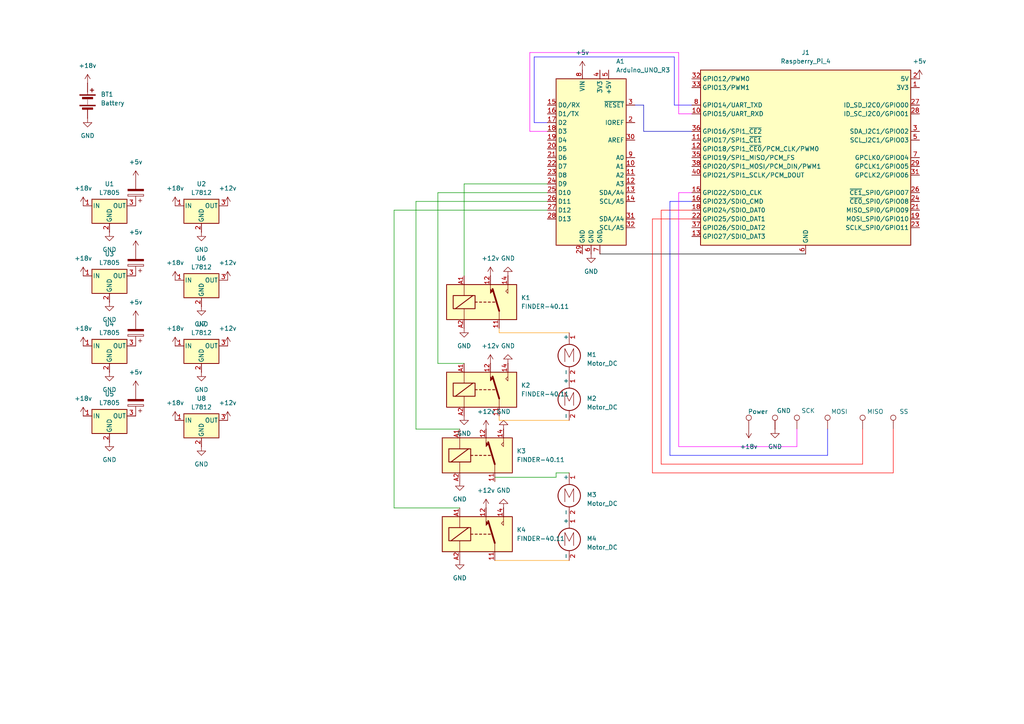
<source format=kicad_sch>
(kicad_sch (version 20250114) (generator "eeschema") (generator_version "9.0")
  (paper "A4")
  (title_block (title "AURORA FINAL BLUEPRINT") (date "2025-11-02") (rev "2") (company "Aalborg Univerity | Institute for electronic systems") (comment 1 "By @Lynet_101"))
  (lib_symbols
    (symbol "Connector:Raspberry_Pi_4"
      (property "Reference" "J" (at -17.526 48.768 0))
      (property "Value" "Raspberry_Pi_4" (at 15.748 -26.416 0))
      (symbol "Raspberry_Pi_4_0_1"
        (rectangle (start -30.48 25.4) (end 30.48 -25.4) (stroke (width 0.254)) (fill (type background)))
      )
      (symbol "Raspberry_Pi_4_1_1"
        (pin bidirectional line (at -33.02 22.86 0) (length 2.54) (name "GPIO12/PWM0") (number "32"))
        (pin bidirectional line (at -33.02 20.32 0) (length 2.54) (name "GPIO13/PWM1") (number "33"))
        (pin bidirectional line (at -33.02 15.24 0) (length 2.54) (name "GPIO14/UART_TXD") (number "8"))
        (pin bidirectional line (at -33.02 12.7 0) (length 2.54) (name "GPIO15/UART_RXD") (number "10"))
        (pin bidirectional line (at -33.02 7.62 0) (length 2.54) (name "GPIO16/SPI1_~{CE2}") (number "36"))
        (pin bidirectional line (at -33.02 5.08 0) (length 2.54) (name "GPIO17/SPI1_~{CE1}") (number "11"))
        (pin bidirectional line (at -33.02 2.54 0) (length 2.54) (name "GPIO18/SPI1_~{CE0}/PCM_CLK/PWM0") (number "12"))
        (pin bidirectional line (at -33.02 0 0) (length 2.54) (name "GPIO19/SPI1_MISO/PCM_FS") (number "35"))
        (pin bidirectional line (at -33.02 -2.54 0) (length 2.54) (name "GPIO20/SPI1_MOSI/PCM_DIN/PWM1") (number "38"))
        (pin bidirectional line (at -33.02 -5.08 0) (length 2.54) (name "GPIO21/SPI1_SCLK/PCM_DOUT") (number "40"))
        (pin bidirectional line (at -33.02 -10.16 0) (length 2.54) (name "GPIO22/SDIO_CLK") (number "15"))
        (pin bidirectional line (at -33.02 -12.7 0) (length 2.54) (name "GPIO23/SDIO_CMD") (number "16"))
        (pin bidirectional line (at -33.02 -15.24 0) (length 2.54) (name "GPIO24/SDIO_DAT0") (number "18"))
        (pin bidirectional line (at -33.02 -17.78 0) (length 2.54) (name "GPIO25/SDIO_DAT1") (number "22"))
        (pin bidirectional line (at -33.02 -20.32 0) (length 2.54) (name "GPIO26/SDIO_DAT2") (number "37"))
        (pin bidirectional line (at -33.02 -22.86 0) (length 2.54) (name "GPIO27/SDIO_DAT3") (number "13"))
        (pin passive line (at 0 -27.94 90) (length 2.54) (hide yes) (name "GND") (number "14"))
        (pin passive line (at 0 -27.94 90) (length 2.54) (hide yes) (name "GND") (number "20"))
        (pin passive line (at 0 -27.94 90) (length 2.54) (hide yes) (name "GND") (number "25"))
        (pin passive line (at 0 -27.94 90) (length 2.54) (hide yes) (name "GND") (number "30"))
        (pin passive line (at 0 -27.94 90) (length 2.54) (hide yes) (name "GND") (number "34"))
        (pin passive line (at 0 -27.94 90) (length 2.54) (hide yes) (name "GND") (number "39"))
        (pin power_out line (at 0 -27.94 90) (length 2.54) (name "GND") (number "6"))
        (pin passive line (at 0 -27.94 90) (length 2.54) (hide yes) (name "GND") (number "9"))
        (pin power_out line (at 33.02 22.86 180) (length 2.54) (name "5V") (number "2"))
        (pin passive line (at 33.02 22.86 180) (length 2.54) (hide yes) (name "5V") (number "4"))
        (pin power_out line (at 33.02 20.32 180) (length 2.54) (name "3V3") (number "1"))
        (pin passive line (at 33.02 20.32 180) (length 2.54) (hide yes) (name "3V3") (number "17"))
        (pin bidirectional line (at 33.02 15.24 180) (length 2.54) (name "ID_SD_I2C0/GPIO00") (number "27"))
        (pin bidirectional line (at 33.02 12.7 180) (length 2.54) (name "ID_SC_I2C0/GPIO01") (number "28"))
        (pin bidirectional line (at 33.02 7.62 180) (length 2.54) (name "SDA_I2C1/GPIO02") (number "3"))
        (pin bidirectional line (at 33.02 5.08 180) (length 2.54) (name "SCL_I2C1/GPIO03") (number "5"))
        (pin bidirectional line (at 33.02 0 180) (length 2.54) (name "GPCLK0/GPIO04") (number "7"))
        (pin bidirectional line (at 33.02 -2.54 180) (length 2.54) (name "GPCLK1/GPIO05") (number "29"))
        (pin bidirectional line (at 33.02 -5.08 180) (length 2.54) (name "GPCLK2/GPIO06") (number "31"))
        (pin bidirectional line (at 33.02 -10.16 180) (length 2.54) (name "~{CE1}_SPI0/GPIO07") (number "26"))
        (pin bidirectional line (at 33.02 -12.7 180) (length 2.54) (name "~{CE0}_SPI0/GPIO08") (number "24"))
        (pin bidirectional line (at 33.02 -15.24 180) (length 2.54) (name "MISO_SPI0/GPIO09") (number "21"))
        (pin bidirectional line (at 33.02 -17.78 180) (length 2.54) (name "MOSI_SPI0/GPIO10") (number "19"))
        (pin bidirectional line (at 33.02 -20.32 180) (length 2.54) (name "SCLK_SPI0/GPIO11") (number "23"))
      )
    )
    (symbol "Connector:TestPoint" (pin_numbers (hide yes)) (pin_names (offset 0.762) (hide yes))
      (property "Reference" "TP" (at 0 6.858 0))
      (property "Value" "TestPoint" (at 0 5.08 0))
      (symbol "TestPoint_0_1"
        (circle (center 0 3.302) (radius 0.762))
      )
      (symbol "TestPoint_1_1"
        (pin passive line (at 0 0 90) (length 2.54) (name "1") (number "1"))
      )
    )
    (symbol "Device:Battery" (pin_numbers (hide yes)) (pin_names (offset 0) (hide yes))
      (property "Reference" "BT" (at 2.54 2.54 0))
      (property "Value" "Battery" (at 2.54 0 0))
      (symbol "Battery_0_1"
        (rectangle (start -2.286 1.778) (end 2.286 1.524) (fill (type outline)))
        (rectangle (start -2.286 -1.27) (end 2.286 -1.524) (fill (type outline)))
        (rectangle (start -1.524 1.016) (end 1.524 0.508) (fill (type outline)))
        (rectangle (start -1.524 -2.032) (end 1.524 -2.54) (fill (type outline)))
        (polyline (pts (xy 0 1.778) (xy 0 2.54)))
        (polyline (pts (xy 0 0) (xy 0 0.254)))
        (polyline (pts (xy 0 -0.508) (xy 0 -0.254)))
        (polyline (pts (xy 0 -1.016) (xy 0 -0.762)))
        (polyline (pts (xy 0.762 3.048) (xy 1.778 3.048)) (stroke (width 0.254)))
        (polyline (pts (xy 1.27 3.556) (xy 1.27 2.54)) (stroke (width 0.254)))
      )
      (symbol "Battery_1_1"
        (pin passive line (at 0 5.08 270) (length 2.54) (name "+") (number "1"))
        (pin passive line (at 0 -5.08 90) (length 2.54) (name "-") (number "2"))
      )
    )
    (symbol "Device:C_Polarized" (pin_numbers (hide yes)) (pin_names (offset 0.254))
      (property "Reference" "C" (at 0.635 2.54 0))
      (property "Value" "C_Polarized" (at 0.635 -2.54 0))
      (symbol "C_Polarized_0_1"
        (rectangle (start -2.286 0.508) (end 2.286 1.016))
        (polyline (pts (xy -1.778 2.286) (xy -0.762 2.286)))
        (polyline (pts (xy -1.27 2.794) (xy -1.27 1.778)))
        (rectangle (start 2.286 -0.508) (end -2.286 -1.016) (fill (type outline)))
      )
      (symbol "C_Polarized_1_1"
        (pin passive line (at 0 3.81 270) (length 2.794) (name "~") (number "1"))
        (pin passive line (at 0 -3.81 90) (length 2.794) (name "~") (number "2"))
      )
    )
    (symbol "MCU_Module:Arduino_UNO_R3"
      (property "Reference" "A" (at -10.16 23.495 0))
      (property "Value" "Arduino_UNO_R3" (at 5.08 -26.67 0))
      (symbol "Arduino_UNO_R3_0_1"
        (rectangle (start -10.16 22.86) (end 10.16 -25.4) (stroke (width 0.254)) (fill (type background)))
      )
      (symbol "Arduino_UNO_R3_1_1"
        (pin bidirectional line (at -12.7 15.24 0) (length 2.54) (name "D0/RX") (number "15"))
        (pin bidirectional line (at -12.7 12.7 0) (length 2.54) (name "D1/TX") (number "16"))
        (pin bidirectional line (at -12.7 10.16 0) (length 2.54) (name "D2") (number "17"))
        (pin bidirectional line (at -12.7 7.62 0) (length 2.54) (name "D3") (number "18"))
        (pin bidirectional line (at -12.7 5.08 0) (length 2.54) (name "D4") (number "19"))
        (pin bidirectional line (at -12.7 2.54 0) (length 2.54) (name "D5") (number "20"))
        (pin bidirectional line (at -12.7 0 0) (length 2.54) (name "D6") (number "21"))
        (pin bidirectional line (at -12.7 -2.54 0) (length 2.54) (name "D7") (number "22"))
        (pin bidirectional line (at -12.7 -5.08 0) (length 2.54) (name "D8") (number "23"))
        (pin bidirectional line (at -12.7 -7.62 0) (length 2.54) (name "D9") (number "24"))
        (pin bidirectional line (at -12.7 -10.16 0) (length 2.54) (name "D10") (number "25"))
        (pin bidirectional line (at -12.7 -12.7 0) (length 2.54) (name "D11") (number "26"))
        (pin bidirectional line (at -12.7 -15.24 0) (length 2.54) (name "D12") (number "27"))
        (pin bidirectional line (at -12.7 -17.78 0) (length 2.54) (name "D13") (number "28"))
        (pin no_connect line (at -10.16 -20.32 0) (length 2.54) (hide yes) (name "NC") (number "1"))
        (pin power_in line (at -2.54 25.4 270) (length 2.54) (name "VIN") (number "8"))
        (pin power_in line (at -2.54 -27.94 90) (length 2.54) (name "GND") (number "29"))
        (pin power_in line (at 0 -27.94 90) (length 2.54) (name "GND") (number "6"))
        (pin power_out line (at 2.54 25.4 270) (length 2.54) (name "3V3") (number "4"))
        (pin power_in line (at 2.54 -27.94 90) (length 2.54) (name "GND") (number "7"))
        (pin power_out line (at 5.08 25.4 270) (length 2.54) (name "+5V") (number "5"))
        (pin input line (at 12.7 15.24 180) (length 2.54) (name "~{RESET}") (number "3"))
        (pin output line (at 12.7 10.16 180) (length 2.54) (name "IOREF") (number "2"))
        (pin input line (at 12.7 5.08 180) (length 2.54) (name "AREF") (number "30"))
        (pin bidirectional line (at 12.7 0 180) (length 2.54) (name "A0") (number "9"))
        (pin bidirectional line (at 12.7 -2.54 180) (length 2.54) (name "A1") (number "10"))
        (pin bidirectional line (at 12.7 -5.08 180) (length 2.54) (name "A2") (number "11"))
        (pin bidirectional line (at 12.7 -7.62 180) (length 2.54) (name "A3") (number "12"))
        (pin bidirectional line (at 12.7 -10.16 180) (length 2.54) (name "SDA/A4") (number "13"))
        (pin bidirectional line (at 12.7 -12.7 180) (length 2.54) (name "SCL/A5") (number "14"))
        (pin bidirectional line (at 12.7 -17.78 180) (length 2.54) (name "SDA/A4") (number "31"))
        (pin bidirectional line (at 12.7 -20.32 180) (length 2.54) (name "SCL/A5") (number "32"))
      )
    )
    (symbol "Motor:Motor_DC" (pin_names (offset 0))
      (property "Reference" "M" (at 2.54 2.54 0))
      (property "Value" "Motor_DC" (at 2.54 -5.08 0))
      (symbol "Motor_DC_0_0"
        (polyline (pts (xy -1.27 -3.302) (xy -1.27 0.508) (xy 0 -2.032) (xy 1.27 0.508) (xy 1.27 -3.302)))
      )
      (symbol "Motor_DC_0_1"
        (polyline (pts (xy 0 2.032) (xy 0 2.54)))
        (polyline (pts (xy 0 1.7272) (xy 0 2.0828)))
        (circle (center 0 -1.524) (radius 3.2512) (stroke (width 0.254)))
        (polyline (pts (xy 0 -4.7752) (xy 0 -5.1816)))
        (polyline (pts (xy 0 -7.62) (xy 0 -7.112)))
      )
      (symbol "Motor_DC_1_1"
        (pin passive line (at 0 5.08 270) (length 2.54) (name "+") (number "1"))
        (pin passive line (at 0 -7.62 90) (length 2.54) (name "-") (number "2"))
      )
    )
    (symbol "Regulator_Linear:L7805" (pin_names (offset 0.254))
      (property "Reference" "U" (at -3.81 3.175 0))
      (property "Value" "L7805" (at 0 3.175 0))
      (symbol "L7805_0_1"
        (rectangle (start -5.08 1.905) (end 5.08 -5.08) (stroke (width 0.254)) (fill (type background)))
      )
      (symbol "L7805_1_1"
        (pin power_in line (at -7.62 0 0) (length 2.54) (name "IN") (number "1"))
        (pin power_in line (at 0 -7.62 90) (length 2.54) (name "GND") (number "2"))
        (pin power_out line (at 7.62 0 180) (length 2.54) (name "OUT") (number "3"))
      )
    )
    (symbol "Regulator_Linear:L7812" (pin_names (offset 0.254))
      (property "Reference" "U" (at -3.81 3.175 0))
      (property "Value" "L7812" (at 0 3.175 0))
      (symbol "L7812_0_1"
        (rectangle (start -5.08 1.905) (end 5.08 -5.08) (stroke (width 0.254)) (fill (type background)))
      )
      (symbol "L7812_1_1"
        (pin power_in line (at -7.62 0 0) (length 2.54) (name "IN") (number "1"))
        (pin power_in line (at 0 -7.62 90) (length 2.54) (name "GND") (number "2"))
        (pin power_out line (at 7.62 0 180) (length 2.54) (name "OUT") (number "3"))
      )
    )
    (symbol "Relay:FINDER-40.11"
      (property "Reference" "K" (at 11.43 3.81 0))
      (property "Value" "FINDER-40.11" (at 11.43 1.27 0))
      (symbol "FINDER-40.11_0_0"
        (polyline (pts (xy 7.62 5.08) (xy 7.62 2.54) (xy 6.985 3.175) (xy 7.62 3.81)))
      )
      (symbol "FINDER-40.11_0_1"
        (rectangle (start -10.16 5.08) (end 10.16 -5.08) (stroke (width 0.254)) (fill (type background)))
        (rectangle (start -8.255 1.905) (end -1.905 -1.905) (stroke (width 0.254)))
        (polyline (pts (xy -7.62 -1.905) (xy -2.54 1.905)) (stroke (width 0.254)))
        (polyline (pts (xy -5.08 5.08) (xy -5.08 1.905)))
        (polyline (pts (xy -5.08 -5.08) (xy -5.08 -1.905)))
        (polyline (pts (xy -1.905 0) (xy -1.27 0)) (stroke (width 0.254)))
        (polyline (pts (xy -0.635 0) (xy 0 0)) (stroke (width 0.254)))
        (polyline (pts (xy 0.635 0) (xy 1.27 0)) (stroke (width 0.254)))
        (polyline (pts (xy 1.905 0) (xy 2.54 0)) (stroke (width 0.254)))
        (polyline (pts (xy 2.54 5.08) (xy 2.54 2.54) (xy 3.175 3.175) (xy 2.54 3.81)) (fill (type outline)))
        (polyline (pts (xy 3.175 0) (xy 3.81 0)) (stroke (width 0.254)))
        (polyline (pts (xy 5.08 -2.54) (xy 3.175 3.81)) (stroke (width 0.508)))
        (polyline (pts (xy 5.08 -2.54) (xy 5.08 -5.08)))
      )
      (symbol "FINDER-40.11_1_1"
        (pin passive line (at -5.08 7.62 270) (length 2.54) (name "~") (number "A1"))
        (pin passive line (at -5.08 -7.62 90) (length 2.54) (name "~") (number "A2"))
        (pin passive line (at 2.54 7.62 270) (length 2.54) (name "~") (number "12"))
        (pin passive line (at 5.08 -7.62 90) (length 2.54) (name "~") (number "11"))
        (pin passive line (at 7.62 7.62 270) (length 2.54) (name "~") (number "14"))
      )
    )
    (symbol "power:+5V" (power) (pin_numbers (hide yes)) (pin_names (offset 0) (hide yes))
      (property "Value" "+5V" (at 0 3.556 0))
      (symbol "+5V_0_1"
        (polyline (pts (xy -0.762 1.27) (xy 0 2.54)))
        (polyline (pts (xy 0 2.54) (xy 0.762 1.27)))
        (polyline (pts (xy 0 0) (xy 0 2.54)))
      )
      (symbol "+5V_1_1"
        (pin power_in line (at 0 0 90) (length 0) (name "~") (number "1"))
      )
    )
    (symbol "power:GND" (power) (pin_numbers (hide yes)) (pin_names (offset 0) (hide yes))
      (property "Value" "GND" (at 0 -3.81 0))
      (symbol "GND_0_1"
        (polyline (pts (xy 0 0) (xy 0 -1.27) (xy 1.27 -1.27) (xy 0 -2.54) (xy -1.27 -1.27) (xy 0 -1.27)))
      )
      (symbol "GND_1_1"
        (pin power_in line (at 0 0 270) (length 0) (name "~") (number "1"))
      )
    )
  )
  (wire (pts (xy 143.51 162.56) (xy 165.1 162.56)) (stroke (width 0) (color 255 156 15 1)))
  (wire (pts (xy 194.31 132.08) (xy 240.03 132.08)) (stroke (width 0) (color 0 0 255 1)))
  (wire (pts (xy 153.67 38.1) (xy 158.75 38.1)) (stroke (width 0) (color 255 0 245 1)))
  (wire (pts (xy 161.29 138.43) (xy 143.51 138.43)))
  (wire (pts (xy 114.3 60.96) (xy 114.3 147.32)))
  (wire (pts (xy 127 105.41) (xy 134.62 105.41)))
  (wire (pts (xy 114.3 147.32) (xy 133.35 147.32)))
  (wire (pts (xy 196.85 55.88) (xy 196.85 129.54)) (stroke (width 0) (color 255 0 255 1)))
  (wire (pts (xy 196.85 129.54) (xy 231.14 129.54)) (stroke (width 0) (color 255 0 255 1)))
  (wire (pts (xy 154.94 16.51) (xy 154.94 35.56)) (stroke (width 0) (color 26 3 255 1)))
  (wire (pts (xy 196.85 15.24) (xy 196.85 33.02)) (stroke (width 0) (color 255 0 245 1)))
  (wire (pts (xy 240.03 132.08) (xy 240.03 124.46)) (stroke (width 0) (color 0 0 255 1)))
  (wire (pts (xy 158.75 60.96) (xy 114.3 60.96)))
  (wire (pts (xy 189.23 63.5) (xy 189.23 137.16)) (stroke (width 0) (color 255 0 0 1)))
  (wire (pts (xy 200.66 58.42) (xy 194.31 58.42)) (stroke (width 0) (color 0 0 255 1)))
  (wire (pts (xy 120.65 58.42) (xy 120.65 124.46)))
  (wire (pts (xy 134.62 53.34) (xy 134.62 80.01)))
  (wire (pts (xy 127 55.88) (xy 127 105.41)))
  (wire (pts (xy 144.78 96.52) (xy 144.78 95.25)) (stroke (width 0) (color 255 156 15 1)))
  (wire (pts (xy 165.1 121.92) (xy 144.78 121.92)) (stroke (width 0) (color 255 156 15 1)))
  (wire (pts (xy 165.1 137.16) (xy 161.29 137.16)))
  (wire (pts (xy 250.19 134.62) (xy 250.19 124.46)) (stroke (width 0) (color 255 0 0 1)))
  (wire (pts (xy 186.69 38.1) (xy 186.69 30.48)) (stroke (width 0) (color 0 0 194 1)))
  (wire (pts (xy 200.66 55.88) (xy 196.85 55.88)) (stroke (width 0) (color 255 0 255 1)))
  (wire (pts (xy 191.77 134.62) (xy 250.19 134.62)) (stroke (width 0) (color 255 0 0 1)))
  (wire (pts (xy 154.94 16.51) (xy 195.58 16.51)) (stroke (width 0) (color 26 3 255 1)))
  (wire (pts (xy 144.78 121.92) (xy 144.78 120.65)) (stroke (width 0) (color 255 156 15 1)))
  (wire (pts (xy 186.69 30.48) (xy 184.15 30.48)) (stroke (width 0) (color 0 0 194 1)))
  (wire (pts (xy 195.58 30.48) (xy 200.66 30.48)) (stroke (width 0) (color 26 3 255 1)))
  (wire (pts (xy 153.67 15.24) (xy 196.85 15.24)) (stroke (width 0) (color 255 0 245 1)))
  (wire (pts (xy 191.77 60.96) (xy 191.77 134.62)) (stroke (width 0) (color 255 0 0 1)))
  (wire (pts (xy 200.66 63.5) (xy 189.23 63.5)) (stroke (width 0) (color 255 0 0 1)))
  (wire (pts (xy 154.94 35.56) (xy 158.75 35.56)) (stroke (width 0) (color 26 3 255 1)))
  (wire (pts (xy 158.75 58.42) (xy 120.65 58.42)))
  (wire (pts (xy 194.31 58.42) (xy 194.31 132.08)) (stroke (width 0) (color 0 0 255 1)))
  (wire (pts (xy 195.58 16.51) (xy 195.58 30.48)) (stroke (width 0) (color 26 3 255 1)))
  (wire (pts (xy 158.75 53.34) (xy 134.62 53.34)))
  (wire (pts (xy 200.66 38.1) (xy 186.69 38.1)) (stroke (width 0) (color 0 0 194 1)))
  (wire (pts (xy 165.1 96.52) (xy 144.78 96.52)) (stroke (width 0) (color 255 156 15 1)))
  (wire (pts (xy 143.51 138.43) (xy 143.51 139.7)) (stroke (width 0) (color 255 156 15 1)))
  (wire (pts (xy 173.99 73.66) (xy 233.68 73.66)) (stroke (width 0) (color 0 0 0 1)))
  (wire (pts (xy 196.85 33.02) (xy 200.66 33.02)) (stroke (width 0) (color 255 0 245 1)))
  (wire (pts (xy 161.29 137.16) (xy 161.29 138.43)))
  (wire (pts (xy 158.75 55.88) (xy 127 55.88)))
  (wire (pts (xy 189.23 137.16) (xy 259.08 137.16)) (stroke (width 0) (color 255 0 0 1)))
  (wire (pts (xy 259.08 137.16) (xy 259.08 124.46)) (stroke (width 0) (color 255 0 0 1)))
  (wire (pts (xy 153.67 15.24) (xy 153.67 38.1)) (stroke (width 0) (color 255 0 245 1)))
  (wire (pts (xy 200.66 60.96) (xy 191.77 60.96)) (stroke (width 0) (color 255 0 0 1)))
  (wire (pts (xy 120.65 124.46) (xy 133.35 124.46)))
  (wire (pts (xy 231.14 129.54) (xy 231.14 124.46)) (stroke (width 0) (color 255 0 255 1)))
  (symbol (lib_id "power:GND") (at 31.75 87.63 0) (unit 1)
    (property "Reference" "#PWR016" (effects (hide yes)))
    (property "Value" "GND" (at 31.75 92.71 0))
    (property "Description" "Power symbol creates a global label with name \"GND\" , ground" (effects (hide yes)))
  )
  (symbol (lib_id "power:GND") (at 224.79 124.46 0) (unit 1)
    (property "Reference" "#PWR043" (effects (hide yes)))
    (property "Value" "GND" (at 224.79 129.54 0))
    (property "Description" "Power symbol creates a global label with name \"GND\" , ground" (effects (hide yes)))
  )
  (symbol (lib_id "MCU_Module:Arduino_UNO_R3") (at 171.45 45.72 0) (unit 1)
    (property "Reference" "A1" (at 178.6733 17.78 0) (effects (justify left)))
    (property "Value" "Arduino_UNO_R3" (at 178.6733 20.32 0) (effects (justify left)))
    (property "Footprint" "Module:Arduino_UNO_R3" (effects (hide yes)))
    (property "Datasheet" "https://www.arduino.cc/en/Main/arduinoBoardUno" (effects (hide yes)))
    (property "Description" "Arduino UNO Microcontroller Module, release 3" (effects (hide yes)))
  )
  (symbol (lib_id "power:+5V") (at 24.13 80.01 0) (unit 1)
    (property "Reference" "#PWR04" (effects (hide yes)))
    (property "Value" "+18v" (at 24.13 74.93 0))
    (property "Description" "Power symbol creates a global label with name \"+5V\"" (effects (hide yes)))
  )
  (symbol (lib_id "power:+5V") (at 39.37 72.39 0) (unit 1)
    (property "Reference" "#PWR020" (effects (hide yes)))
    (property "Value" "+5v" (at 39.37 67.31 0))
    (property "Description" "Power symbol creates a global label with name \"+5V\"" (effects (hide yes)))
  )
  (symbol (lib_id "power:GND") (at 58.42 107.95 0) (unit 1)
    (property "Reference" "#PWR014" (effects (hide yes)))
    (property "Value" "GND" (at 58.42 113.03 0))
    (property "Description" "Power symbol creates a global label with name \"GND\" , ground" (effects (hide yes)))
  )
  (symbol (lib_id "power:+5V") (at 25.4 24.13 0) (unit 1)
    (property "Reference" "#PWR02" (effects (hide yes)))
    (property "Value" "+18v" (at 25.4 19.05 0))
    (property "Description" "Power symbol creates a global label with name \"+5V\"" (effects (hide yes)))
  )
  (symbol (lib_id "Connector:TestPoint") (at 240.03 124.46 0) (unit 1)
    (property "Reference" "MOSI" (at 241.046 119.38 0) (effects (justify left)))
    (property "Value" "TestPoint" (effects (hide yes)))
    (property "Description" "test point" (effects (hide yes)))
  )
  (symbol (lib_id "power:+5V") (at 66.04 81.28 0) (unit 1)
    (property "Reference" "#PWR024" (effects (hide yes)))
    (property "Value" "+12v" (at 66.04 76.2 0))
    (property "Description" "Power symbol creates a global label with name \"+5V\"" (effects (hide yes)))
  )
  (symbol (lib_id "power:+5V") (at 39.37 52.07 0) (unit 1)
    (property "Reference" "#PWR019" (effects (hide yes)))
    (property "Value" "+5v" (at 39.37 46.99 0))
    (property "Description" "Power symbol creates a global label with name \"+5V\"" (effects (hide yes)))
  )
  (symbol (lib_id "power:+5V") (at 140.97 124.46 0) (unit 1)
    (property "Reference" "#PWR033" (effects (hide yes)))
    (property "Value" "+12v" (at 140.97 119.38 0))
    (property "Description" "Power symbol creates a global label with name \"+5V\"" (effects (hide yes)))
  )
  (symbol (lib_id "power:GND") (at 25.4 34.29 0) (unit 1)
    (property "Reference" "#PWR01" (effects (hide yes)))
    (property "Value" "GND" (at 25.4 39.37 0))
    (property "Description" "Power symbol creates a global label with name \"GND\" , ground" (effects (hide yes)))
  )
  (symbol (lib_id "Relay:FINDER-40.11") (at 139.7 87.63 0) (unit 1)
    (property "Reference" "K1" (at 151.13 86.3599 0) (effects (justify left)))
    (property "Value" "FINDER-40.11" (at 151.13 88.8999 0) (effects (justify left)))
    (property "Footprint" "Relay_THT:Relay_SPDT_Finder_40.11" (effects (hide yes)))
    (property "Datasheet" "https://www.finder-relais.net/de/finder-relais-serie-40.pdf" (effects (hide yes)))
    (property "Description" "PCB SPDT relay, 10A" (effects (hide yes)))
  )
  (symbol (lib_id "power:GND") (at 147.32 80.01 180) (unit 1)
    (property "Reference" "#PWR027" (effects (hide yes)))
    (property "Value" "GND" (at 147.32 74.93 0))
    (property "Description" "Power symbol creates a global label with name \"GND\" , ground" (effects (hide yes)))
  )
  (symbol (lib_id "power:+5V") (at 66.04 59.69 0) (unit 1)
    (property "Reference" "#PWR023" (effects (hide yes)))
    (property "Value" "+12v" (at 66.04 54.61 0))
    (property "Description" "Power symbol creates a global label with name \"+5V\"" (effects (hide yes)))
  )
  (symbol (lib_id "power:+5V") (at 24.13 59.69 0) (unit 1)
    (property "Reference" "#PWR03" (effects (hide yes)))
    (property "Value" "+18v" (at 24.13 54.61 0))
    (property "Description" "Power symbol creates a global label with name \"+5V\"" (effects (hide yes)))
  )
  (symbol (lib_id "power:+5V") (at 24.13 120.65 0) (unit 1)
    (property "Reference" "#PWR06" (effects (hide yes)))
    (property "Value" "+18v" (at 24.13 115.57 0))
    (property "Description" "Power symbol creates a global label with name \"+5V\"" (effects (hide yes)))
  )
  (symbol (lib_id "Motor:Motor_DC") (at 165.1 142.24 0) (unit 1)
    (property "Reference" "M3" (at 170.18 143.5099 0) (effects (justify left)))
    (property "Value" "Motor_DC" (at 170.18 146.0499 0) (effects (justify left)))
    (property "Description" "DC Motor" (effects (hide yes)))
  )
  (symbol (lib_id "power:+5V") (at 66.04 100.33 0) (unit 1)
    (property "Reference" "#PWR025" (effects (hide yes)))
    (property "Value" "+12v" (at 66.04 95.25 0))
    (property "Description" "Power symbol creates a global label with name \"+5V\"" (effects (hide yes)))
  )
  (symbol (lib_id "power:GND") (at 133.35 139.7 0) (unit 1)
    (property "Reference" "#PWR037" (effects (hide yes)))
    (property "Value" "GND" (at 133.35 144.78 0))
    (property "Description" "Power symbol creates a global label with name \"GND\" , ground" (effects (hide yes)))
  )
  (symbol (lib_id "Motor:Motor_DC") (at 165.1 101.6 0) (unit 1)
    (property "Reference" "M1" (at 170.18 102.8699 0) (effects (justify left)))
    (property "Value" "Motor_DC" (at 170.18 105.4099 0) (effects (justify left)))
    (property "Description" "DC Motor" (effects (hide yes)))
  )
  (symbol (lib_id "Connector:TestPoint") (at 224.79 124.46 0) (unit 1)
    (property "Reference" "GND" (at 225.298 119.126 0) (effects (justify left)))
    (property "Value" "TestPoint" (effects (hide yes)))
    (property "Description" "test point" (effects (hide yes)))
  )
  (symbol (lib_id "Regulator_Linear:L7805") (at 31.75 59.69 0) (unit 1)
    (property "Reference" "U1" (at 31.75 53.34 0))
    (property "Value" "L7805" (at 31.75 55.88 0))
    (property "Datasheet" "http://www.st.com/content/ccc/resource/technical/document/datasheet/41/4f/b3/b0/12/d4/47/88/CD00000444.pdf/files/CD00000444.pdf/jcr:content/translations/en.CD00000444.pdf" (effects (hide yes)))
    (property "Description" "Positive 1.5A 35V Linear Regulator, Fixed Output 5V, TO-220/TO-263/TO-252" (effects (hide yes)))
  )
  (symbol (lib_id "power:+5V") (at 24.13 100.33 0) (unit 1)
    (property "Reference" "#PWR05" (effects (hide yes)))
    (property "Value" "+18v" (at 24.13 95.25 0))
    (property "Description" "Power symbol creates a global label with name \"+5V\"" (effects (hide yes)))
  )
  (symbol (lib_id "Device:C_Polarized") (at 39.37 116.84 180) (unit 1)
    (property "Reference" "C4" (effects (hide yes)))
    (property "Value" "C_Polarized" (effects (hide yes)))
    (property "Description" "Polarized capacitor" (effects (hide yes)))
  )
  (symbol (lib_id "Relay:FINDER-40.11") (at 138.43 154.94 0) (unit 1)
    (property "Reference" "K4" (at 149.86 153.6699 0) (effects (justify left)))
    (property "Value" "FINDER-40.11" (at 149.86 156.2099 0) (effects (justify left)))
    (property "Footprint" "Relay_THT:Relay_SPDT_Finder_40.11" (effects (hide yes)))
    (property "Datasheet" "https://www.finder-relais.net/de/finder-relais-serie-40.pdf" (effects (hide yes)))
    (property "Description" "PCB SPDT relay, 10A" (effects (hide yes)))
  )
  (symbol (lib_id "power:GND") (at 31.75 128.27 0) (unit 1)
    (property "Reference" "#PWR012" (effects (hide yes)))
    (property "Value" "GND" (at 31.75 133.35 0))
    (property "Description" "Power symbol creates a global label with name \"GND\" , ground" (effects (hide yes)))
  )
  (symbol (lib_id "Regulator_Linear:L7805") (at 31.75 100.33 0) (unit 1)
    (property "Reference" "U4" (at 31.75 93.98 0))
    (property "Value" "L7805" (at 31.75 96.52 0))
    (property "Datasheet" "http://www.st.com/content/ccc/resource/technical/document/datasheet/41/4f/b3/b0/12/d4/47/88/CD00000444.pdf/files/CD00000444.pdf/jcr:content/translations/en.CD00000444.pdf" (effects (hide yes)))
    (property "Description" "Positive 1.5A 35V Linear Regulator, Fixed Output 5V, TO-220/TO-263/TO-252" (effects (hide yes)))
  )
  (symbol (lib_id "power:GND") (at 147.32 105.41 180) (unit 1)
    (property "Reference" "#PWR028" (effects (hide yes)))
    (property "Value" "GND" (at 147.32 100.33 0))
    (property "Description" "Power symbol creates a global label with name \"GND\" , ground" (effects (hide yes)))
  )
  (symbol (lib_id "power:GND") (at 58.42 88.9 0) (unit 1)
    (property "Reference" "#PWR017" (effects (hide yes)))
    (property "Value" "GND" (at 58.42 93.98 0))
    (property "Description" "Power symbol creates a global label with name \"GND\" , ground" (effects (hide yes)))
  )
  (symbol (lib_id "power:GND") (at 171.45 73.66 0) (unit 1)
    (property "Reference" "#PWR039" (effects (hide yes)))
    (property "Value" "GND" (at 171.45 78.74 0))
    (property "Description" "Power symbol creates a global label with name \"GND\" , ground" (effects (hide yes)))
  )
  (symbol (lib_id "Regulator_Linear:L7812") (at 58.42 59.69 0) (unit 1)
    (property "Reference" "U2" (at 58.42 53.34 0))
    (property "Value" "L7812" (at 58.42 55.88 0))
    (property "Datasheet" "http://www.st.com/content/ccc/resource/technical/document/datasheet/41/4f/b3/b0/12/d4/47/88/CD00000444.pdf/files/CD00000444.pdf/jcr:content/translations/en.CD00000444.pdf" (effects (hide yes)))
    (property "Description" "Positive 1.5A 35V Linear Regulator, Fixed Output 12V, TO-220/TO-263/TO-252" (effects (hide yes)))
  )
  (symbol (lib_id "power:+5V") (at 142.24 105.41 0) (unit 1)
    (property "Reference" "#PWR032" (effects (hide yes)))
    (property "Value" "+12v" (at 142.24 100.33 0))
    (property "Description" "Power symbol creates a global label with name \"+5V\"" (effects (hide yes)))
  )
  (symbol (lib_id "power:GND") (at 134.62 95.25 0) (unit 1)
    (property "Reference" "#PWR035" (effects (hide yes)))
    (property "Value" "GND" (at 134.62 100.33 0))
    (property "Description" "Power symbol creates a global label with name \"GND\" , ground" (effects (hide yes)))
  )
  (symbol (lib_id "Connector:TestPoint") (at 259.08 124.46 0) (unit 1)
    (property "Reference" "SS" (at 260.858 119.38 0) (effects (justify left)))
    (property "Value" "TestPoint" (effects (hide yes)))
    (property "Description" "test point" (effects (hide yes)))
  )
  (symbol (lib_id "Regulator_Linear:L7805") (at 31.75 120.65 0) (unit 1)
    (property "Reference" "U5" (at 31.75 114.3 0))
    (property "Value" "L7805" (at 31.75 116.84 0))
    (property "Datasheet" "http://www.st.com/content/ccc/resource/technical/document/datasheet/41/4f/b3/b0/12/d4/47/88/CD00000444.pdf/files/CD00000444.pdf/jcr:content/translations/en.CD00000444.pdf" (effects (hide yes)))
    (property "Description" "Positive 1.5A 35V Linear Regulator, Fixed Output 5V, TO-220/TO-263/TO-252" (effects (hide yes)))
  )
  (symbol (lib_id "Motor:Motor_DC") (at 165.1 114.3 0) (unit 1)
    (property "Reference" "M2" (at 170.18 115.5699 0) (effects (justify left)))
    (property "Value" "Motor_DC" (at 170.18 118.1099 0) (effects (justify left)))
    (property "Description" "DC Motor" (effects (hide yes)))
  )
  (symbol (lib_id "Regulator_Linear:L7812") (at 58.42 121.92 0) (unit 1)
    (property "Reference" "U8" (at 58.42 115.57 0))
    (property "Value" "L7812" (at 58.42 118.11 0))
    (property "Datasheet" "http://www.st.com/content/ccc/resource/technical/document/datasheet/41/4f/b3/b0/12/d4/47/88/CD00000444.pdf/files/CD00000444.pdf/jcr:content/translations/en.CD00000444.pdf" (effects (hide yes)))
    (property "Description" "Positive 1.5A 35V Linear Regulator, Fixed Output 12V, TO-220/TO-263/TO-252" (effects (hide yes)))
  )
  (symbol (lib_id "Regulator_Linear:L7805") (at 31.75 80.01 0) (unit 1)
    (property "Reference" "U3" (at 31.75 73.66 0))
    (property "Value" "L7805" (at 31.75 76.2 0))
    (property "Datasheet" "http://www.st.com/content/ccc/resource/technical/document/datasheet/41/4f/b3/b0/12/d4/47/88/CD00000444.pdf/files/CD00000444.pdf/jcr:content/translations/en.CD00000444.pdf" (effects (hide yes)))
    (property "Description" "Positive 1.5A 35V Linear Regulator, Fixed Output 5V, TO-220/TO-263/TO-252" (effects (hide yes)))
  )
  (symbol (lib_id "power:GND") (at 31.75 67.31 0) (unit 1)
    (property "Reference" "#PWR011" (effects (hide yes)))
    (property "Value" "GND" (at 31.75 72.39 0))
    (property "Description" "Power symbol creates a global label with name \"GND\" , ground" (effects (hide yes)))
  )
  (symbol (lib_id "Connector:Raspberry_Pi_4") (at 233.68 45.72 0) (unit 1)
    (property "Reference" "J1" (at 233.68 15.24 0))
    (property "Value" "Raspberry_Pi_4" (at 233.68 17.78 0))
    (property "Datasheet" "https://datasheets.raspberrypi.com/rpi4/raspberry-pi-4-datasheet.pdf" (effects (hide yes)))
    (property "Description" "Raspberry Pi 4 Model B" (effects (hide yes)))
  )
  (symbol (lib_id "Device:C_Polarized") (at 39.37 96.52 180) (unit 1)
    (property "Reference" "C3" (effects (hide yes)))
    (property "Value" "C_Polarized" (effects (hide yes)))
    (property "Description" "Polarized capacitor" (effects (hide yes)))
  )
  (symbol (lib_id "Regulator_Linear:L7812") (at 58.42 81.28 0) (unit 1)
    (property "Reference" "U6" (at 58.42 74.93 0))
    (property "Value" "L7812" (at 58.42 77.47 0))
    (property "Datasheet" "http://www.st.com/content/ccc/resource/technical/document/datasheet/41/4f/b3/b0/12/d4/47/88/CD00000444.pdf/files/CD00000444.pdf/jcr:content/translations/en.CD00000444.pdf" (effects (hide yes)))
    (property "Description" "Positive 1.5A 35V Linear Regulator, Fixed Output 12V, TO-220/TO-263/TO-252" (effects (hide yes)))
  )
  (symbol (lib_id "power:GND") (at 58.42 67.31 0) (unit 1)
    (property "Reference" "#PWR018" (effects (hide yes)))
    (property "Value" "GND" (at 58.42 72.39 0))
    (property "Description" "Power symbol creates a global label with name \"GND\" , ground" (effects (hide yes)))
  )
  (symbol (lib_id "Device:C_Polarized") (at 39.37 76.2 180) (unit 1)
    (property "Reference" "C2" (effects (hide yes)))
    (property "Value" "C_Polarized" (effects (hide yes)))
    (property "Description" "Polarized capacitor" (effects (hide yes)))
  )
  (symbol (lib_id "Relay:FINDER-40.11") (at 138.43 132.08 0) (unit 1)
    (property "Reference" "K3" (at 149.86 130.8099 0) (effects (justify left)))
    (property "Value" "FINDER-40.11" (at 149.86 133.3499 0) (effects (justify left)))
    (property "Footprint" "Relay_THT:Relay_SPDT_Finder_40.11" (effects (hide yes)))
    (property "Datasheet" "https://www.finder-relais.net/de/finder-relais-serie-40.pdf" (effects (hide yes)))
    (property "Description" "PCB SPDT relay, 10A" (effects (hide yes)))
  )
  (symbol (lib_id "power:+5V") (at 39.37 92.71 0) (unit 1)
    (property "Reference" "#PWR021" (effects (hide yes)))
    (property "Value" "+5v" (at 39.37 87.63 0))
    (property "Description" "Power symbol creates a global label with name \"+5V\"" (effects (hide yes)))
  )
  (symbol (lib_id "power:+5V") (at 50.8 100.33 0) (unit 1)
    (property "Reference" "#PWR08" (effects (hide yes)))
    (property "Value" "+18v" (at 50.8 95.25 0))
    (property "Description" "Power symbol creates a global label with name \"+5V\"" (effects (hide yes)))
  )
  (symbol (lib_id "power:GND") (at 133.35 162.56 0) (unit 1)
    (property "Reference" "#PWR038" (effects (hide yes)))
    (property "Value" "GND" (at 133.35 167.64 0))
    (property "Description" "Power symbol creates a global label with name \"GND\" , ground" (effects (hide yes)))
  )
  (symbol (lib_id "power:+5V") (at 66.04 121.92 0) (unit 1)
    (property "Reference" "#PWR026" (effects (hide yes)))
    (property "Value" "+12v" (at 66.04 116.84 0))
    (property "Description" "Power symbol creates a global label with name \"+5V\"" (effects (hide yes)))
  )
  (symbol (lib_id "Connector:TestPoint") (at 231.14 124.46 0) (unit 1)
    (property "Reference" "SCK" (at 232.41 119.126 0) (effects (justify left)))
    (property "Value" "TestPoint" (effects (hide yes)))
    (property "Description" "test point" (effects (hide yes)))
  )
  (symbol (lib_id "power:+5V") (at 50.8 59.69 0) (unit 1)
    (property "Reference" "#PWR010" (effects (hide yes)))
    (property "Value" "+18v" (at 50.8 54.61 0))
    (property "Description" "Power symbol creates a global label with name \"+5V\"" (effects (hide yes)))
  )
  (symbol (lib_id "power:GND") (at 146.05 124.46 180) (unit 1)
    (property "Reference" "#PWR029" (effects (hide yes)))
    (property "Value" "GND" (at 146.05 119.38 0))
    (property "Description" "Power symbol creates a global label with name \"GND\" , ground" (effects (hide yes)))
  )
  (symbol (lib_id "Device:C_Polarized") (at 39.37 55.88 180) (unit 1)
    (property "Reference" "C1" (effects (hide yes)))
    (property "Value" "C_Polarized" (effects (hide yes)))
    (property "Description" "Polarized capacitor" (effects (hide yes)))
  )
  (symbol (lib_id "Relay:FINDER-40.11") (at 139.7 113.03 0) (unit 1)
    (property "Reference" "K2" (at 151.13 111.7599 0) (effects (justify left)))
    (property "Value" "FINDER-40.11" (at 151.13 114.2999 0) (effects (justify left)))
    (property "Footprint" "Relay_THT:Relay_SPDT_Finder_40.11" (effects (hide yes)))
    (property "Datasheet" "https://www.finder-relais.net/de/finder-relais-serie-40.pdf" (effects (hide yes)))
    (property "Description" "PCB SPDT relay, 10A" (effects (hide yes)))
  )
  (symbol (lib_id "power:GND") (at 134.62 120.65 0) (unit 1)
    (property "Reference" "#PWR036" (effects (hide yes)))
    (property "Value" "GND" (at 134.62 125.73 0))
    (property "Description" "Power symbol creates a global label with name \"GND\" , ground" (effects (hide yes)))
  )
  (symbol (lib_id "power:+5V") (at 50.8 81.28 0) (unit 1)
    (property "Reference" "#PWR09" (effects (hide yes)))
    (property "Value" "+18v" (at 50.8 76.2 0))
    (property "Description" "Power symbol creates a global label with name \"+5V\"" (effects (hide yes)))
  )
  (symbol (lib_id "power:+5V") (at 266.7 22.86 0) (unit 1)
    (property "Reference" "#PWR041" (effects (hide yes)))
    (property "Value" "+5v" (at 266.7 17.78 0))
    (property "Description" "Power symbol creates a global label with name \"+5V\"" (effects (hide yes)))
  )
  (symbol (lib_id "power:+5V") (at 168.91 20.32 0) (unit 1)
    (property "Reference" "#PWR042" (effects (hide yes)))
    (property "Value" "+5v" (at 168.91 15.24 0))
    (property "Description" "Power symbol creates a global label with name \"+5V\"" (effects (hide yes)))
  )
  (symbol (lib_id "power:+5V") (at 142.24 80.01 0) (unit 1)
    (property "Reference" "#PWR031" (effects (hide yes)))
    (property "Value" "+12v" (at 142.24 74.93 0))
    (property "Description" "Power symbol creates a global label with name \"+5V\"" (effects (hide yes)))
  )
  (symbol (lib_id "Connector:TestPoint") (at 217.17 124.46 0) (unit 1)
    (property "Reference" "Power" (at 216.916 119.38 0) (effects (justify left)))
    (property "Description" "test point" (effects (hide yes)))
  )
  (symbol (lib_id "Motor:Motor_DC") (at 165.1 154.94 0) (unit 1)
    (property "Reference" "M4" (at 170.18 156.2099 0) (effects (justify left)))
    (property "Value" "Motor_DC" (at 170.18 158.7499 0) (effects (justify left)))
    (property "Description" "DC Motor" (effects (hide yes)))
  )
  (symbol (lib_id "power:+5V") (at 217.17 124.46 180) (unit 1)
    (property "Reference" "#PWR044" (effects (hide yes)))
    (property "Value" "+18v" (at 217.17 129.54 0))
    (property "Description" "Power symbol creates a global label with name \"+5V\"" (effects (hide yes)))
  )
  (symbol (lib_id "power:+5V") (at 140.97 147.32 0) (unit 1)
    (property "Reference" "#PWR034" (effects (hide yes)))
    (property "Value" "+12v" (at 140.97 142.24 0))
    (property "Description" "Power symbol creates a global label with name \"+5V\"" (effects (hide yes)))
  )
  (symbol (lib_id "Regulator_Linear:L7812") (at 58.42 100.33 0) (unit 1)
    (property "Reference" "U7" (at 58.42 93.98 0))
    (property "Value" "L7812" (at 58.42 96.52 0))
    (property "Datasheet" "http://www.st.com/content/ccc/resource/technical/document/datasheet/41/4f/b3/b0/12/d4/47/88/CD00000444.pdf/files/CD00000444.pdf/jcr:content/translations/en.CD00000444.pdf" (effects (hide yes)))
    (property "Description" "Positive 1.5A 35V Linear Regulator, Fixed Output 12V, TO-220/TO-263/TO-252" (effects (hide yes)))
  )
  (symbol (lib_id "Device:Battery") (at 25.4 29.21 0) (unit 1)
    (property "Reference" "BT1" (at 29.21 27.3684 0) (effects (justify left)))
    (property "Value" "Battery" (at 29.21 29.9084 0) (effects (justify left)))
    (property "Description" "Multiple-cell battery" (effects (hide yes)))
  )
  (symbol (lib_id "power:GND") (at 58.42 129.54 0) (unit 1)
    (property "Reference" "#PWR013" (effects (hide yes)))
    (property "Value" "GND" (at 58.42 134.62 0))
    (property "Description" "Power symbol creates a global label with name \"GND\" , ground" (effects (hide yes)))
  )
  (symbol (lib_id "power:GND") (at 146.05 147.32 180) (unit 1)
    (property "Reference" "#PWR030" (effects (hide yes)))
    (property "Value" "GND" (at 146.05 142.24 0))
    (property "Description" "Power symbol creates a global label with name \"GND\" , ground" (effects (hide yes)))
  )
  (symbol (lib_id "power:GND") (at 31.75 107.95 0) (unit 1)
    (property "Reference" "#PWR015" (effects (hide yes)))
    (property "Value" "GND" (at 31.75 113.03 0))
    (property "Description" "Power symbol creates a global label with name \"GND\" , ground" (effects (hide yes)))
  )
  (symbol (lib_id "power:+5V") (at 39.37 113.03 0) (unit 1)
    (property "Reference" "#PWR022" (effects (hide yes)))
    (property "Value" "+5v" (at 39.37 107.95 0))
    (property "Description" "Power symbol creates a global label with name \"+5V\"" (effects (hide yes)))
  )
  (symbol (lib_id "power:+5V") (at 50.8 121.92 0) (unit 1)
    (property "Reference" "#PWR07" (effects (hide yes)))
    (property "Value" "+18v" (at 50.8 116.84 0))
    (property "Description" "Power symbol creates a global label with name \"+5V\"" (effects (hide yes)))
  )
  (symbol (lib_id "Connector:TestPoint") (at 250.19 124.46 0) (unit 1)
    (property "Reference" "MISO" (at 251.46 119.38 0) (effects (justify left)))
    (property "Value" "TestPoint" (effects (hide yes)))
    (property "Description" "test point" (effects (hide yes)))
  )
)
</source>
